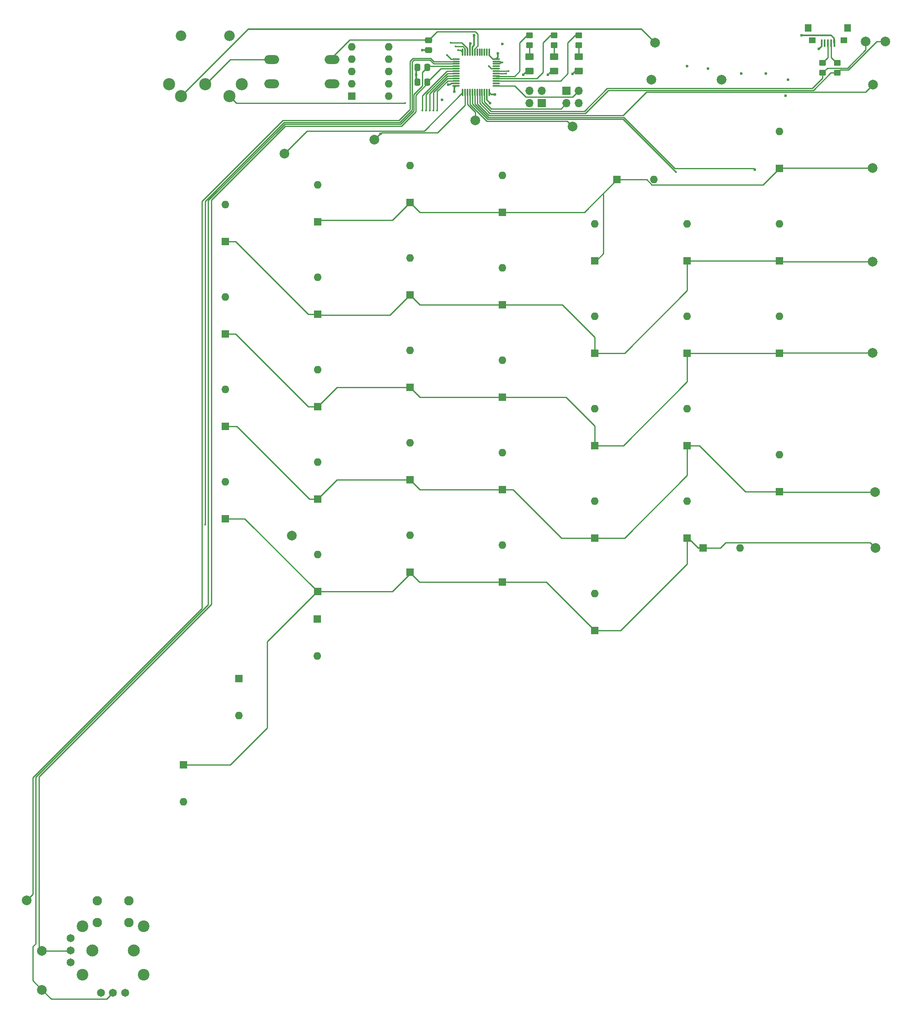
<source format=gbr>
%TF.GenerationSoftware,KiCad,Pcbnew,(6.0.0)*%
%TF.CreationDate,2022-01-02T22:49:07-08:00*%
%TF.ProjectId,thumbler_right,7468756d-626c-4657-925f-72696768742e,rev?*%
%TF.SameCoordinates,Original*%
%TF.FileFunction,Copper,L1,Top*%
%TF.FilePolarity,Positive*%
%FSLAX46Y46*%
G04 Gerber Fmt 4.6, Leading zero omitted, Abs format (unit mm)*
G04 Created by KiCad (PCBNEW (6.0.0)) date 2022-01-02 22:49:07*
%MOMM*%
%LPD*%
G01*
G04 APERTURE LIST*
G04 Aperture macros list*
%AMRoundRect*
0 Rectangle with rounded corners*
0 $1 Rounding radius*
0 $2 $3 $4 $5 $6 $7 $8 $9 X,Y pos of 4 corners*
0 Add a 4 corners polygon primitive as box body*
4,1,4,$2,$3,$4,$5,$6,$7,$8,$9,$2,$3,0*
0 Add four circle primitives for the rounded corners*
1,1,$1+$1,$2,$3*
1,1,$1+$1,$4,$5*
1,1,$1+$1,$6,$7*
1,1,$1+$1,$8,$9*
0 Add four rect primitives between the rounded corners*
20,1,$1+$1,$2,$3,$4,$5,0*
20,1,$1+$1,$4,$5,$6,$7,0*
20,1,$1+$1,$6,$7,$8,$9,0*
20,1,$1+$1,$8,$9,$2,$3,0*%
G04 Aperture macros list end*
%TA.AperFunction,SMDPad,CuDef*%
%ADD10C,2.000000*%
%TD*%
%TA.AperFunction,ComponentPad*%
%ADD11R,1.600000X1.600000*%
%TD*%
%TA.AperFunction,ComponentPad*%
%ADD12O,1.600000X1.600000*%
%TD*%
%TA.AperFunction,SMDPad,CuDef*%
%ADD13RoundRect,0.250000X0.337500X0.475000X-0.337500X0.475000X-0.337500X-0.475000X0.337500X-0.475000X0*%
%TD*%
%TA.AperFunction,SMDPad,CuDef*%
%ADD14RoundRect,0.250000X-0.475000X0.337500X-0.475000X-0.337500X0.475000X-0.337500X0.475000X0.337500X0*%
%TD*%
%TA.AperFunction,SMDPad,CuDef*%
%ADD15RoundRect,0.250000X-0.625000X0.462500X-0.625000X-0.462500X0.625000X-0.462500X0.625000X0.462500X0*%
%TD*%
%TA.AperFunction,ComponentPad*%
%ADD16C,2.184400*%
%TD*%
%TA.AperFunction,ComponentPad*%
%ADD17C,2.500000*%
%TD*%
%TA.AperFunction,SMDPad,CuDef*%
%ADD18RoundRect,0.249999X0.450001X-0.350001X0.450001X0.350001X-0.450001X0.350001X-0.450001X-0.350001X0*%
%TD*%
%TA.AperFunction,SMDPad,CuDef*%
%ADD19RoundRect,0.249999X-0.450001X0.350001X-0.450001X-0.350001X0.450001X-0.350001X0.450001X0.350001X0*%
%TD*%
%TA.AperFunction,SMDPad,CuDef*%
%ADD20RoundRect,0.075000X-0.075000X0.662500X-0.075000X-0.662500X0.075000X-0.662500X0.075000X0.662500X0*%
%TD*%
%TA.AperFunction,SMDPad,CuDef*%
%ADD21RoundRect,0.075000X-0.662500X0.075000X-0.662500X-0.075000X0.662500X-0.075000X0.662500X0.075000X0*%
%TD*%
%TA.AperFunction,WasherPad*%
%ADD22C,2.475000*%
%TD*%
%TA.AperFunction,WasherPad*%
%ADD23C,2.400000*%
%TD*%
%TA.AperFunction,ComponentPad*%
%ADD24C,1.950000*%
%TD*%
%TA.AperFunction,ComponentPad*%
%ADD25C,1.650000*%
%TD*%
%TA.AperFunction,ComponentPad*%
%ADD26O,1.700000X1.700000*%
%TD*%
%TA.AperFunction,ComponentPad*%
%ADD27R,1.700000X1.700000*%
%TD*%
%TA.AperFunction,SMDPad,CuDef*%
%ADD28R,0.400000X1.600000*%
%TD*%
%TA.AperFunction,SMDPad,CuDef*%
%ADD29R,1.400000X1.200000*%
%TD*%
%TA.AperFunction,SMDPad,CuDef*%
%ADD30R,1.400000X1.500000*%
%TD*%
%TA.AperFunction,ComponentPad*%
%ADD31O,3.048000X1.850000*%
%TD*%
%TA.AperFunction,ViaPad*%
%ADD32C,0.400000*%
%TD*%
%TA.AperFunction,ViaPad*%
%ADD33C,0.600000*%
%TD*%
%TA.AperFunction,Conductor*%
%ADD34C,0.250000*%
%TD*%
%TA.AperFunction,Conductor*%
%ADD35C,0.350000*%
%TD*%
G04 APERTURE END LIST*
D10*
%TO.P,TP2,1,1*%
%TO.N,R_USB_D+*%
X479820000Y-140462000D03*
%TD*%
%TO.P,TP1,1,1*%
%TO.N,R_USB_D-*%
X483870000Y-140462000D03*
%TD*%
D11*
%TO.P,D36,1,K*%
%TO.N,R_ROW2*%
X347721000Y-181638500D03*
D12*
%TO.P,D36,2,A*%
%TO.N,Net-(D36-Pad2)*%
X347721000Y-174018500D03*
%TD*%
D13*
%TO.P,C11,1*%
%TO.N,R_PTR_X*%
X389403500Y-145796000D03*
%TO.P,C11,2*%
%TO.N,GND*%
X387328500Y-145796000D03*
%TD*%
%TO.P,C12,1*%
%TO.N,R_PTR_Y*%
X389403500Y-148844000D03*
%TO.P,C12,2*%
%TO.N,GND*%
X387328500Y-148844000D03*
%TD*%
D14*
%TO.P,C13,1*%
%TO.N,~{RST}*%
X389636000Y-140186500D03*
%TO.P,C13,2*%
%TO.N,GND*%
X389636000Y-142261500D03*
%TD*%
D11*
%TO.P,D76,1,K*%
%TO.N,R_ROW5*%
X446278000Y-244856000D03*
D12*
%TO.P,D76,2,A*%
%TO.N,Net-(D76-Pad2)*%
X453898000Y-244856000D03*
%TD*%
D11*
%TO.P,D52,1,K*%
%TO.N,R_ROW3*%
X366674400Y-259486400D03*
D12*
%TO.P,D52,2,A*%
%TO.N,Net-(D52-Pad2)*%
X366674400Y-267106400D03*
%TD*%
D11*
%TO.P,D53,1,K*%
%TO.N,R_ROW4*%
X350520000Y-271780000D03*
D12*
%TO.P,D53,2,A*%
%TO.N,Net-(D53-Pad2)*%
X350520000Y-279400000D03*
%TD*%
D15*
%TO.P,D55,1,K*%
%TO.N,Net-(D55-Pad1)*%
X410464000Y-143546500D03*
%TO.P,D55,2,A*%
%TO.N,+3V3*%
X410464000Y-146521500D03*
%TD*%
D16*
%TO.P,J6,MH*%
%TO.N,N/C*%
X348575451Y-139241554D03*
X338575451Y-139241554D03*
D17*
%TO.P,J6,5*%
%TO.N,R_RX*%
X348575451Y-151741554D03*
%TO.P,J6,4*%
%TO.N,+5V*%
X338575451Y-151741554D03*
%TO.P,J6,3*%
%TO.N,R_TX*%
X351075451Y-149241554D03*
%TO.P,J6,2*%
%TO.N,~{RST}*%
X343575451Y-149241554D03*
%TO.P,J6,1*%
%TO.N,GND*%
X336075451Y-149241554D03*
%TD*%
D18*
%TO.P,R21,1*%
%TO.N,R_USB_D+*%
X470916000Y-146882460D03*
%TO.P,R21,2*%
%TO.N,Net-(J8-Pad3)*%
X470916000Y-144882460D03*
%TD*%
D19*
%TO.P,R22,1*%
%TO.N,Net-(J8-Pad2)*%
X473964000Y-144882460D03*
%TO.P,R22,2*%
%TO.N,R_USB_D-*%
X473964000Y-146882460D03*
%TD*%
D18*
%TO.P,R14,1*%
%TO.N,Net-(D45-Pad1)*%
X420624000Y-141208000D03*
%TO.P,R14,2*%
%TO.N,R_LED1*%
X420624000Y-139208000D03*
%TD*%
%TO.P,R17,1*%
%TO.N,Net-(D51-Pad1)*%
X415544000Y-141208000D03*
%TO.P,R17,2*%
%TO.N,R_LED2*%
X415544000Y-139208000D03*
%TD*%
%TO.P,R18,1*%
%TO.N,Net-(D55-Pad1)*%
X410464000Y-141208000D03*
%TO.P,R18,2*%
%TO.N,R_LED3*%
X410464000Y-139208000D03*
%TD*%
D10*
%TO.P,TP23,1,1*%
%TO.N,R_COL1*%
X359867200Y-163525200D03*
%TD*%
%TO.P,TP24,1,1*%
%TO.N,R_COL2*%
X378460000Y-160655000D03*
%TD*%
%TO.P,TP25,1,1*%
%TO.N,R_COL3*%
X399288000Y-156718000D03*
%TD*%
%TO.P,TP26,1,1*%
%TO.N,R_COL4*%
X419354000Y-157937200D03*
%TD*%
%TO.P,TP27,1,1*%
%TO.N,R_COL5*%
X435610000Y-148336000D03*
%TD*%
%TO.P,TP28,1,1*%
%TO.N,R_COL6*%
X450088000Y-148336000D03*
%TD*%
%TO.P,TP29,1,1*%
%TO.N,R_COL7*%
X481330000Y-149352000D03*
%TD*%
%TO.P,TP30,1,1*%
%TO.N,R_COL8*%
X361442000Y-242316000D03*
%TD*%
%TO.P,TP31,1,1*%
%TO.N,R_ROW1*%
X481258000Y-166509000D03*
%TD*%
%TO.P,TP32,1,1*%
%TO.N,R_ROW2*%
X481258000Y-185813000D03*
%TD*%
%TO.P,TP33,1,1*%
%TO.N,R_ROW3*%
X481258000Y-204609000D03*
%TD*%
%TO.P,TP34,1,1*%
%TO.N,R_ROW4*%
X481711000Y-233299000D03*
%TD*%
%TO.P,TP35,1,1*%
%TO.N,R_ROW5*%
X481838000Y-244856000D03*
%TD*%
%TO.P,TP36,1,1*%
%TO.N,R_PTR_X*%
X309880000Y-335915000D03*
%TD*%
%TO.P,TP37,1,1*%
%TO.N,R_PTR_Y*%
X309880000Y-327914000D03*
%TD*%
%TO.P,TP38,1,1*%
%TO.N,R_PTR_Z*%
X306705000Y-317500000D03*
%TD*%
D20*
%TO.P,U4,1,VBAT*%
%TO.N,+3V3*%
X402165000Y-142649500D03*
%TO.P,U4,2,PC13*%
%TO.N,unconnected-(U4-Pad2)*%
X401665000Y-142649500D03*
%TO.P,U4,3,PC14*%
%TO.N,unconnected-(U4-Pad3)*%
X401165000Y-142649500D03*
%TO.P,U4,4,PC15*%
%TO.N,unconnected-(U4-Pad4)*%
X400665000Y-142649500D03*
%TO.P,U4,5,PF0*%
%TO.N,unconnected-(U4-Pad5)*%
X400165000Y-142649500D03*
%TO.P,U4,6,PF1*%
%TO.N,unconnected-(U4-Pad6)*%
X399665000Y-142649500D03*
%TO.P,U4,7,NRST*%
%TO.N,~{RST}*%
X399165000Y-142649500D03*
%TO.P,U4,8,VSSA*%
%TO.N,GND*%
X398665000Y-142649500D03*
%TO.P,U4,9,VDDA*%
%TO.N,+3V3*%
X398165000Y-142649500D03*
%TO.P,U4,10,PA0*%
%TO.N,R_OPT4*%
X397665000Y-142649500D03*
%TO.P,U4,11,PA1*%
%TO.N,R_OPT3*%
X397165000Y-142649500D03*
%TO.P,U4,12,PA2*%
%TO.N,R_OPT2*%
X396665000Y-142649500D03*
D21*
%TO.P,U4,13,PA3*%
%TO.N,R_OPT1*%
X395252500Y-144062000D03*
%TO.P,U4,14,PA4*%
%TO.N,R_PTR_Z*%
X395252500Y-144562000D03*
%TO.P,U4,15,PA5*%
%TO.N,R_COL8*%
X395252500Y-145062000D03*
%TO.P,U4,16,PA6*%
%TO.N,R_PTR_X*%
X395252500Y-145562000D03*
%TO.P,U4,17,PA7*%
%TO.N,R_PTR_Y*%
X395252500Y-146062000D03*
%TO.P,U4,18,PB0*%
%TO.N,R_ROW5*%
X395252500Y-146562000D03*
%TO.P,U4,19,PB1*%
%TO.N,R_ROW4*%
X395252500Y-147062000D03*
%TO.P,U4,20,PB2*%
%TO.N,R_ROW3*%
X395252500Y-147562000D03*
%TO.P,U4,21,PB10*%
%TO.N,R_ROW2*%
X395252500Y-148062000D03*
%TO.P,U4,22,PB11*%
%TO.N,R_ROW1*%
X395252500Y-148562000D03*
%TO.P,U4,23,VSS*%
%TO.N,GND*%
X395252500Y-149062000D03*
%TO.P,U4,24,VDD*%
%TO.N,+3V3*%
X395252500Y-149562000D03*
D20*
%TO.P,U4,25,PB12*%
%TO.N,R_COL1*%
X396665000Y-150974500D03*
%TO.P,U4,26,PB13*%
%TO.N,R_COL2*%
X397165000Y-150974500D03*
%TO.P,U4,27,PB14*%
%TO.N,R_COL3*%
X397665000Y-150974500D03*
%TO.P,U4,28,PB15*%
%TO.N,R_COL4*%
X398165000Y-150974500D03*
%TO.P,U4,29,PA8*%
%TO.N,R_COL5*%
X398665000Y-150974500D03*
%TO.P,U4,30,PA9*%
%TO.N,R_COL6*%
X399165000Y-150974500D03*
%TO.P,U4,31,PA10*%
%TO.N,R_COL7*%
X399665000Y-150974500D03*
%TO.P,U4,32,PA11*%
%TO.N,R_USB_D-*%
X400165000Y-150974500D03*
%TO.P,U4,33,PA12*%
%TO.N,R_USB_D+*%
X400665000Y-150974500D03*
%TO.P,U4,34,PA13*%
%TO.N,R_SWDIO*%
X401165000Y-150974500D03*
%TO.P,U4,35,VSS*%
%TO.N,GND*%
X401665000Y-150974500D03*
%TO.P,U4,36,VDDIO2*%
%TO.N,+3V3*%
X402165000Y-150974500D03*
D21*
%TO.P,U4,37,PA14*%
%TO.N,R_SWCLK*%
X403577500Y-149562000D03*
%TO.P,U4,38,PA15*%
%TO.N,unconnected-(U4-Pad38)*%
X403577500Y-149062000D03*
%TO.P,U4,39,PB3*%
%TO.N,R_LED1*%
X403577500Y-148562000D03*
%TO.P,U4,40,PB4*%
%TO.N,R_LED2*%
X403577500Y-148062000D03*
%TO.P,U4,41,PB5*%
%TO.N,R_LED3*%
X403577500Y-147562000D03*
%TO.P,U4,42,PB6*%
%TO.N,R_TX*%
X403577500Y-147062000D03*
%TO.P,U4,43,PB7*%
%TO.N,R_RX*%
X403577500Y-146562000D03*
%TO.P,U4,44,BOOT0*%
%TO.N,R_BOOT0*%
X403577500Y-146062000D03*
%TO.P,U4,45,PB8*%
%TO.N,unconnected-(U4-Pad45)*%
X403577500Y-145562000D03*
%TO.P,U4,46,PB9*%
%TO.N,GND*%
X403577500Y-145062000D03*
%TO.P,U4,47,VSS*%
X403577500Y-144562000D03*
%TO.P,U4,48,VDD*%
%TO.N,+3V3*%
X403577500Y-144062000D03*
%TD*%
D22*
%TO.P,S34,*%
%TO.N,*%
X320243200Y-327785000D03*
D23*
X318218200Y-332785000D03*
X318218200Y-322785000D03*
X330868200Y-322785000D03*
X330868200Y-332785000D03*
D22*
X328843200Y-327785000D03*
D24*
%TO.P,S34,A,A*%
%TO.N,R_PTR_Z*%
X327793200Y-322035000D03*
%TO.P,S34,B,B*%
%TO.N,GND*%
X327793200Y-317535000D03*
%TO.P,S34,C,C*%
%TO.N,unconnected-(S34-PadC)*%
X321293200Y-322035000D03*
%TO.P,S34,D,D*%
%TO.N,unconnected-(S34-PadD)*%
X321293200Y-317535000D03*
D25*
%TO.P,S34,X1,X1*%
%TO.N,+3V3*%
X322043200Y-336515000D03*
%TO.P,S34,X2,X2*%
%TO.N,R_PTR_X*%
X324543200Y-336515000D03*
%TO.P,S34,X3,X3*%
%TO.N,GND*%
X327043200Y-336515000D03*
%TO.P,S34,Y1,Y1*%
%TO.N,+3V3*%
X315813200Y-325285000D03*
%TO.P,S34,Y2,Y2*%
%TO.N,R_PTR_Y*%
X315813200Y-327785000D03*
%TO.P,S34,Y3,Y3*%
%TO.N,GND*%
X315813200Y-330285000D03*
%TD*%
D26*
%TO.P,J7,4,Pin_4*%
%TO.N,+3V3*%
X420619000Y-153157000D03*
%TO.P,J7,3,Pin_3*%
%TO.N,R_SWDIO*%
X418079000Y-153157000D03*
%TO.P,J7,2,Pin_2*%
%TO.N,R_SWCLK*%
X420619000Y-150617000D03*
D27*
%TO.P,J7,1,Pin_1*%
%TO.N,GND*%
X418079000Y-150617000D03*
%TD*%
D26*
%TO.P,J5,4,Pin_4*%
%TO.N,+3V3*%
X410469000Y-150627000D03*
%TO.P,J5,3,Pin_3*%
%TO.N,R_RX*%
X413009000Y-150627000D03*
%TO.P,J5,2,Pin_2*%
%TO.N,R_TX*%
X410469000Y-153167000D03*
D27*
%TO.P,J5,1,Pin_1*%
%TO.N,GND*%
X413009000Y-153167000D03*
%TD*%
D11*
%TO.P,D54,1,K*%
%TO.N,R_ROW5*%
X339090000Y-289560000D03*
D12*
%TO.P,D54,2,A*%
%TO.N,Net-(D54-Pad2)*%
X339090000Y-297180000D03*
%TD*%
D15*
%TO.P,D51,1,K*%
%TO.N,Net-(D51-Pad1)*%
X415544000Y-143546500D03*
%TO.P,D51,2,A*%
%TO.N,+3V3*%
X415544000Y-146521500D03*
%TD*%
%TO.P,D45,1,K*%
%TO.N,Net-(D45-Pad1)*%
X420624000Y-143546500D03*
%TO.P,D45,2,A*%
%TO.N,+3V3*%
X420624000Y-146521500D03*
%TD*%
D28*
%TO.P,J8,1,VBUS*%
%TO.N,Net-(F2-Pad1)*%
X473310247Y-140797426D03*
%TO.P,J8,2,D-*%
%TO.N,Net-(J8-Pad2)*%
X472660247Y-140797426D03*
%TO.P,J8,3,D+*%
%TO.N,Net-(J8-Pad3)*%
X472010247Y-140797426D03*
%TO.P,J8,4,ID*%
%TO.N,unconnected-(J8-Pad4)*%
X471360247Y-140797426D03*
%TO.P,J8,5,GND*%
%TO.N,GND*%
X470710247Y-140797426D03*
D29*
%TO.P,J8,6,Shield*%
%TO.N,unconnected-(J8-Pad6)*%
X468760247Y-140187426D03*
D30*
X476060247Y-137687426D03*
D29*
X475260247Y-140187426D03*
D30*
X467960247Y-137687426D03*
%TD*%
D10*
%TO.P,TP22,1,1*%
%TO.N,+5V*%
X436372000Y-140716000D03*
%TD*%
D11*
%TO.P,D40,1,K*%
%TO.N,R_ROW1*%
X366771000Y-177638500D03*
D12*
%TO.P,D40,2,A*%
%TO.N,Net-(D40-Pad2)*%
X366771000Y-170018500D03*
%TD*%
D11*
%TO.P,D46,1,K*%
%TO.N,R_ROW1*%
X385821000Y-173638500D03*
D12*
%TO.P,D46,2,A*%
%TO.N,Net-(D46-Pad2)*%
X385821000Y-166018500D03*
%TD*%
D11*
%TO.P,D56,1,K*%
%TO.N,R_ROW1*%
X404871000Y-175638500D03*
D12*
%TO.P,D56,2,A*%
%TO.N,Net-(D56-Pad2)*%
X404871000Y-168018500D03*
%TD*%
D11*
%TO.P,D61,1,K*%
%TO.N,R_ROW1*%
X423921000Y-185638500D03*
D12*
%TO.P,D61,2,A*%
%TO.N,Net-(D61-Pad2)*%
X423921000Y-178018500D03*
%TD*%
D11*
%TO.P,D67,1,K*%
%TO.N,R_ROW1*%
X428498000Y-168910000D03*
D12*
%TO.P,D67,2,A*%
%TO.N,Net-(D67-Pad2)*%
X436118000Y-168910000D03*
%TD*%
D11*
%TO.P,D72,1,K*%
%TO.N,R_ROW1*%
X462021000Y-166588500D03*
D12*
%TO.P,D72,2,A*%
%TO.N,Net-(D72-Pad2)*%
X462021000Y-158968500D03*
%TD*%
D11*
%TO.P,D37,1,K*%
%TO.N,R_ROW3*%
X347721000Y-200688500D03*
D12*
%TO.P,D37,2,A*%
%TO.N,Net-(D37-Pad2)*%
X347721000Y-193068500D03*
%TD*%
D11*
%TO.P,D41,1,K*%
%TO.N,R_ROW2*%
X366771000Y-196688500D03*
D12*
%TO.P,D41,2,A*%
%TO.N,Net-(D41-Pad2)*%
X366771000Y-189068500D03*
%TD*%
D11*
%TO.P,D47,1,K*%
%TO.N,R_ROW2*%
X385821000Y-192688500D03*
D12*
%TO.P,D47,2,A*%
%TO.N,Net-(D47-Pad2)*%
X385821000Y-185068500D03*
%TD*%
D11*
%TO.P,D57,1,K*%
%TO.N,R_ROW2*%
X404871000Y-194688500D03*
D12*
%TO.P,D57,2,A*%
%TO.N,Net-(D57-Pad2)*%
X404871000Y-187068500D03*
%TD*%
D11*
%TO.P,D62,1,K*%
%TO.N,R_ROW2*%
X423921000Y-204688500D03*
D12*
%TO.P,D62,2,A*%
%TO.N,Net-(D62-Pad2)*%
X423921000Y-197068500D03*
%TD*%
D11*
%TO.P,D68,1,K*%
%TO.N,R_ROW2*%
X442971000Y-185638500D03*
D12*
%TO.P,D68,2,A*%
%TO.N,Net-(D68-Pad2)*%
X442971000Y-178018500D03*
%TD*%
D11*
%TO.P,D73,1,K*%
%TO.N,R_ROW2*%
X462021000Y-185638500D03*
D12*
%TO.P,D73,2,A*%
%TO.N,Net-(D73-Pad2)*%
X462021000Y-178018500D03*
%TD*%
D11*
%TO.P,D38,1,K*%
%TO.N,R_ROW4*%
X347721000Y-219738500D03*
D12*
%TO.P,D38,2,A*%
%TO.N,Net-(D38-Pad2)*%
X347721000Y-212118500D03*
%TD*%
D11*
%TO.P,D42,1,K*%
%TO.N,R_ROW3*%
X366771000Y-215738500D03*
D12*
%TO.P,D42,2,A*%
%TO.N,Net-(D42-Pad2)*%
X366771000Y-208118500D03*
%TD*%
D11*
%TO.P,D48,1,K*%
%TO.N,R_ROW3*%
X385821000Y-211738500D03*
D12*
%TO.P,D48,2,A*%
%TO.N,Net-(D48-Pad2)*%
X385821000Y-204118500D03*
%TD*%
D11*
%TO.P,D58,1,K*%
%TO.N,R_ROW3*%
X404871000Y-213738500D03*
D12*
%TO.P,D58,2,A*%
%TO.N,Net-(D58-Pad2)*%
X404871000Y-206118500D03*
%TD*%
D11*
%TO.P,D63,1,K*%
%TO.N,R_ROW3*%
X423921000Y-223738500D03*
D12*
%TO.P,D63,2,A*%
%TO.N,Net-(D63-Pad2)*%
X423921000Y-216118500D03*
%TD*%
D11*
%TO.P,D69,1,K*%
%TO.N,R_ROW3*%
X442971000Y-204688500D03*
D12*
%TO.P,D69,2,A*%
%TO.N,Net-(D69-Pad2)*%
X442971000Y-197068500D03*
%TD*%
D11*
%TO.P,D74,1,K*%
%TO.N,R_ROW3*%
X462021000Y-204688500D03*
D12*
%TO.P,D74,2,A*%
%TO.N,Net-(D74-Pad2)*%
X462021000Y-197068500D03*
%TD*%
D11*
%TO.P,D39,1,K*%
%TO.N,R_ROW5*%
X347721000Y-238788500D03*
D12*
%TO.P,D39,2,A*%
%TO.N,Net-(D39-Pad2)*%
X347721000Y-231168500D03*
%TD*%
D11*
%TO.P,D43,1,K*%
%TO.N,R_ROW4*%
X366771000Y-234788500D03*
D12*
%TO.P,D43,2,A*%
%TO.N,Net-(D43-Pad2)*%
X366771000Y-227168500D03*
%TD*%
D11*
%TO.P,D49,1,K*%
%TO.N,R_ROW4*%
X385821000Y-230788500D03*
D12*
%TO.P,D49,2,A*%
%TO.N,Net-(D49-Pad2)*%
X385821000Y-223168500D03*
%TD*%
D11*
%TO.P,D59,1,K*%
%TO.N,R_ROW4*%
X404871000Y-232788500D03*
D12*
%TO.P,D59,2,A*%
%TO.N,Net-(D59-Pad2)*%
X404871000Y-225168500D03*
%TD*%
D11*
%TO.P,D64,1,K*%
%TO.N,R_ROW4*%
X423921000Y-242788500D03*
D12*
%TO.P,D64,2,A*%
%TO.N,Net-(D64-Pad2)*%
X423921000Y-235168500D03*
%TD*%
D11*
%TO.P,D70,1,K*%
%TO.N,R_ROW4*%
X442971000Y-223738500D03*
D12*
%TO.P,D70,2,A*%
%TO.N,Net-(D70-Pad2)*%
X442971000Y-216118500D03*
%TD*%
D11*
%TO.P,D75,1,K*%
%TO.N,R_ROW4*%
X462021000Y-233263500D03*
D12*
%TO.P,D75,2,A*%
%TO.N,Net-(D75-Pad2)*%
X462021000Y-225643500D03*
%TD*%
D11*
%TO.P,D44,1,K*%
%TO.N,R_ROW5*%
X366771000Y-253838500D03*
D12*
%TO.P,D44,2,A*%
%TO.N,Net-(D44-Pad2)*%
X366771000Y-246218500D03*
%TD*%
D11*
%TO.P,D50,1,K*%
%TO.N,R_ROW5*%
X385821000Y-249838500D03*
D12*
%TO.P,D50,2,A*%
%TO.N,Net-(D50-Pad2)*%
X385821000Y-242218500D03*
%TD*%
D11*
%TO.P,D60,1,K*%
%TO.N,R_ROW5*%
X404871000Y-251838500D03*
D12*
%TO.P,D60,2,A*%
%TO.N,Net-(D60-Pad2)*%
X404871000Y-244218500D03*
%TD*%
D11*
%TO.P,D65,1,K*%
%TO.N,R_ROW5*%
X423921000Y-261838500D03*
D12*
%TO.P,D65,2,A*%
%TO.N,Net-(D65-Pad2)*%
X423921000Y-254218500D03*
%TD*%
D11*
%TO.P,D71,1,K*%
%TO.N,R_ROW5*%
X442971000Y-242788500D03*
D12*
%TO.P,D71,2,A*%
%TO.N,Net-(D71-Pad2)*%
X442971000Y-235168500D03*
%TD*%
D31*
%TO.P,SW3,1,1*%
%TO.N,GND*%
X369734000Y-149185000D03*
X357234000Y-149185000D03*
%TO.P,SW3,2,2*%
%TO.N,~{RST}*%
X357234000Y-144185000D03*
X369734000Y-144185000D03*
%TD*%
D11*
%TO.P,SW4,1*%
%TO.N,GND*%
X373811750Y-151742000D03*
D12*
%TO.P,SW4,2*%
X373811750Y-149202000D03*
%TO.P,SW4,3*%
X373811750Y-146662000D03*
%TO.P,SW4,4*%
X373811750Y-144122000D03*
%TO.P,SW4,5*%
%TO.N,+3V3*%
X373811750Y-141582000D03*
%TO.P,SW4,6*%
%TO.N,R_BOOT0*%
X381431750Y-141582000D03*
%TO.P,SW4,7*%
%TO.N,R_OPT4*%
X381431750Y-144122000D03*
%TO.P,SW4,8*%
%TO.N,R_OPT3*%
X381431750Y-146662000D03*
%TO.P,SW4,9*%
%TO.N,R_OPT2*%
X381431750Y-149202000D03*
%TO.P,SW4,10*%
%TO.N,R_OPT1*%
X381431750Y-151742000D03*
%TD*%
D32*
%TO.N,R_PTR_Z*%
X306705000Y-317500000D03*
%TO.N,R_COL8*%
X343535000Y-240030000D03*
%TO.N,R_ROW5*%
X388366000Y-154686000D03*
%TO.N,R_ROW4*%
X389128000Y-154686002D03*
%TO.N,R_ROW3*%
X389890000Y-154686002D03*
%TO.N,R_ROW2*%
X390652000Y-154686000D03*
%TO.N,R_ROW1*%
X391414000Y-154686000D03*
D33*
%TO.N,R_COL1*%
X359892600Y-163525200D03*
%TO.N,R_COL2*%
X379730000Y-159512000D03*
%TO.N,R_COL4*%
X419354000Y-157988000D03*
%TO.N,R_COL3*%
X399288002Y-156718000D03*
%TO.N,GND*%
X393700000Y-149352000D03*
D32*
%TO.N,R_COL5*%
X440690000Y-167386000D03*
X435610000Y-148336000D03*
D33*
%TO.N,GND*%
X442976000Y-145542000D03*
X463296000Y-151638000D03*
X388366000Y-142240000D03*
X404876000Y-140970000D03*
X392430000Y-152505500D03*
X387096002Y-147320000D03*
X399034000Y-139192000D03*
X463804000Y-148336000D03*
X402336000Y-153162000D03*
X470154000Y-141986000D03*
D32*
X404876000Y-144780000D03*
D33*
X454130500Y-147066000D03*
%TO.N,+3V3*%
X414274000Y-147320000D03*
X403951500Y-142880000D03*
X447294000Y-146050000D03*
X459232000Y-147066000D03*
X419354000Y-147156500D03*
X394934500Y-150754000D03*
X403316500Y-151389000D03*
X409194000Y-147320000D03*
X398236500Y-140848000D03*
%TO.N,+5V*%
X436371998Y-140716000D03*
D32*
%TO.N,R_TX*%
X405638000Y-147066000D03*
%TO.N,R_RX*%
X406146000Y-146558000D03*
X384810000Y-153162000D03*
D33*
%TO.N,R_COL8*%
X361442000Y-242316000D03*
D32*
%TO.N,R_BOOT0*%
X402082000Y-145542000D03*
D33*
%TO.N,R_COL6*%
X450088000Y-148336000D03*
X456946000Y-166878000D03*
%TO.N,R_COL7*%
X481330000Y-149351998D03*
D32*
%TO.N,R_OPT4*%
X394208000Y-140716000D03*
%TO.N,R_OPT3*%
X395224000Y-141478000D03*
%TO.N,R_OPT2*%
X395732000Y-142240000D03*
%TO.N,R_OPT1*%
X393446000Y-143256000D03*
D33*
%TO.N,Net-(F2-Pad1)*%
X466598000Y-139192000D03*
%TD*%
D34*
%TO.N,R_USB_D+*%
X421755033Y-154824967D02*
X402525309Y-154824967D01*
X400665000Y-152964658D02*
X400665000Y-150974500D01*
X426470908Y-150109092D02*
X421755033Y-154824967D01*
X402525309Y-154824967D02*
X400665000Y-152964658D01*
X470916000Y-147942413D02*
X468749321Y-150109092D01*
X470916000Y-146882460D02*
X470916000Y-147942413D01*
X468749321Y-150109092D02*
X426470908Y-150109092D01*
%TO.N,R_USB_D-*%
X472623540Y-146882460D02*
X473964000Y-146882460D01*
X469007511Y-150498489D02*
X472623540Y-146882460D01*
X426678290Y-150498489D02*
X469007511Y-150498489D01*
X421948940Y-155227839D02*
X426678290Y-150498489D01*
X402242839Y-155227839D02*
X421948940Y-155227839D01*
X400165000Y-153150000D02*
X402242839Y-155227839D01*
X400165000Y-150974500D02*
X400165000Y-153150000D01*
%TO.N,R_RX*%
X349995897Y-153162000D02*
X384810000Y-153162000D01*
X348575451Y-151741554D02*
X349995897Y-153162000D01*
%TO.N,~{RST}*%
X348719800Y-144185000D02*
X357234000Y-144185000D01*
X343663246Y-149241554D02*
X348719800Y-144185000D01*
X343575451Y-149241554D02*
X343663246Y-149241554D01*
D35*
%TO.N,+5V*%
X433577998Y-137922000D02*
X436371998Y-140716000D01*
X338663246Y-151741554D02*
X352482800Y-137922000D01*
X352482800Y-137922000D02*
X433577998Y-137922000D01*
X338575451Y-151741554D02*
X338663246Y-151741554D01*
D34*
%TO.N,Net-(D55-Pad1)*%
X410464000Y-141208000D02*
X410464000Y-143546500D01*
%TO.N,Net-(D51-Pad1)*%
X415544000Y-141208000D02*
X415544000Y-143546500D01*
%TO.N,Net-(D45-Pad1)*%
X420624000Y-141208000D02*
X420624000Y-143546500D01*
%TO.N,R_LED1*%
X418338000Y-140716000D02*
X419846000Y-139208000D01*
X416842000Y-148562000D02*
X418338000Y-147066000D01*
X418338000Y-147066000D02*
X418338000Y-140716000D01*
X419846000Y-139208000D02*
X420624000Y-139208000D01*
X403577500Y-148562000D02*
X416842000Y-148562000D01*
%TO.N,R_LED2*%
X414766000Y-139208000D02*
X415544000Y-139208000D01*
X413258000Y-146812000D02*
X413258000Y-140716000D01*
X413258000Y-140716000D02*
X414766000Y-139208000D01*
X412008000Y-148062000D02*
X413258000Y-146812000D01*
X403577500Y-148062000D02*
X412008000Y-148062000D01*
%TO.N,R_LED3*%
X408432000Y-146558000D02*
X408432000Y-140716000D01*
X407369499Y-147620501D02*
X408432000Y-146558000D01*
X409940000Y-139208000D02*
X410464000Y-139208000D01*
X403636001Y-147620501D02*
X407369499Y-147620501D01*
X403577500Y-147562000D02*
X403636001Y-147620501D01*
X408432000Y-140716000D02*
X409940000Y-139208000D01*
%TO.N,R_ROW5*%
X388366000Y-151638000D02*
X388366000Y-154686000D01*
X393442000Y-146562000D02*
X388366000Y-151638000D01*
X395252500Y-146562000D02*
X393442000Y-146562000D01*
%TO.N,R_ROW4*%
X389128000Y-151409174D02*
X389128000Y-154686002D01*
X393475174Y-147062000D02*
X389128000Y-151409174D01*
X395252500Y-147062000D02*
X393475174Y-147062000D01*
%TO.N,R_ROW3*%
X389890000Y-151180348D02*
X389890000Y-154686002D01*
X393508348Y-147562000D02*
X389890000Y-151180348D01*
X395252500Y-147562000D02*
X393508348Y-147562000D01*
%TO.N,R_ROW2*%
X393541522Y-148062000D02*
X390652000Y-150951522D01*
X395252500Y-148062000D02*
X393541522Y-148062000D01*
X390652000Y-150951522D02*
X390652000Y-154686000D01*
%TO.N,R_ROW1*%
X391414000Y-150722696D02*
X391414000Y-154686000D01*
X393574696Y-148562000D02*
X391414000Y-150722696D01*
X395252500Y-148562000D02*
X393574696Y-148562000D01*
%TO.N,R_COL1*%
X396665000Y-150974500D02*
X388758511Y-158880989D01*
X388758511Y-158880989D02*
X364536811Y-158880989D01*
X364536811Y-158880989D02*
X359892600Y-163525200D01*
%TO.N,~{RST}*%
X369734000Y-143727000D02*
X369734000Y-144185000D01*
X373376000Y-140085000D02*
X369734000Y-143727000D01*
X389737500Y-140085000D02*
X373376000Y-140085000D01*
X399288000Y-138430000D02*
X391392500Y-138430000D01*
X399165000Y-141948817D02*
X399796000Y-141317817D01*
X399796000Y-138938000D02*
X399288000Y-138430000D01*
X399165000Y-142649500D02*
X399165000Y-141948817D01*
X399796000Y-141317817D02*
X399796000Y-138938000D01*
X391392500Y-138430000D02*
X389737500Y-140085000D01*
%TO.N,R_PTR_X*%
X323238200Y-337820000D02*
X324543200Y-336515000D01*
X309880000Y-335915000D02*
X311785000Y-337820000D01*
X311785000Y-337820000D02*
X323238200Y-337820000D01*
X307975000Y-334010000D02*
X309880000Y-335915000D01*
X307975000Y-327025000D02*
X307975000Y-334010000D01*
X308610000Y-326390000D02*
X307975000Y-327025000D01*
X308610000Y-292100000D02*
X308610000Y-326390000D01*
X344170000Y-256540000D02*
X308610000Y-292100000D01*
X344170000Y-173253174D02*
X344170000Y-256540000D01*
X386580022Y-154744326D02*
X383852326Y-157472022D01*
X388366000Y-149567020D02*
X386580022Y-151352998D01*
X383852326Y-157472022D02*
X359951152Y-157472022D01*
X388366000Y-146833500D02*
X388366000Y-149567020D01*
X395252500Y-145562000D02*
X389637500Y-145562000D01*
X389637500Y-145562000D02*
X388366000Y-146833500D01*
X386580022Y-151352998D02*
X386580022Y-154744326D01*
X359951152Y-157472022D02*
X344170000Y-173253174D01*
%TO.N,R_PTR_Y*%
X315813200Y-327785000D02*
X315684200Y-327914000D01*
X315684200Y-327914000D02*
X309880000Y-327914000D01*
%TO.N,R_COL7*%
X479805998Y-150876000D02*
X481330000Y-149351998D01*
X434594000Y-150876000D02*
X479805998Y-150876000D01*
X402085773Y-155705773D02*
X429764227Y-155705773D01*
X399665000Y-153285000D02*
X402085773Y-155705773D01*
X429764227Y-155705773D02*
X434594000Y-150876000D01*
X399665000Y-150974500D02*
X399665000Y-153285000D01*
%TO.N,R_COL6*%
X440436000Y-166624000D02*
X456692000Y-166624000D01*
X429902978Y-156090978D02*
X440436000Y-166624000D01*
X401937804Y-156090978D02*
X429902978Y-156090978D01*
X456692000Y-166624000D02*
X456946000Y-166878000D01*
X399165000Y-153318174D02*
X401937804Y-156090978D01*
X399165000Y-150974500D02*
X399165000Y-153318174D01*
%TO.N,R_COL5*%
X401781641Y-156467989D02*
X429746815Y-156467989D01*
X429746815Y-156467989D02*
X440664826Y-167386000D01*
X398665000Y-150974500D02*
X398665000Y-153351348D01*
X398665000Y-153351348D02*
X401781641Y-156467989D01*
X440664826Y-167386000D02*
X440690000Y-167386000D01*
%TO.N,R_COL4*%
X418211000Y-156845000D02*
X419354000Y-157988000D01*
X401625478Y-156845000D02*
X418211000Y-156845000D01*
X398165000Y-153384522D02*
X401625478Y-156845000D01*
X398165000Y-150974500D02*
X398165000Y-153384522D01*
%TO.N,R_SWDIO*%
X401165000Y-150974500D02*
X401165000Y-152881142D01*
X401165000Y-152881142D02*
X402588858Y-154305000D01*
X402588858Y-154305000D02*
X416931000Y-154305000D01*
X416931000Y-154305000D02*
X418079000Y-153157000D01*
%TO.N,R_PTR_Y*%
X309880000Y-327914000D02*
X309245000Y-327279000D01*
X309245000Y-327279000D02*
X309245000Y-292100000D01*
%TO.N,R_PTR_Z*%
X307975000Y-292201814D02*
X307975000Y-316230000D01*
X385826000Y-144500826D02*
X385826000Y-154432000D01*
X395252500Y-144562000D02*
X390713174Y-144562000D01*
X390713174Y-144562000D02*
X390046163Y-143894989D01*
X390046163Y-143894989D02*
X386431837Y-143894989D01*
X386431837Y-143894989D02*
X385826000Y-144500826D01*
X385826000Y-154432000D02*
X383540000Y-156718000D01*
X383540000Y-156718000D02*
X359537000Y-156718000D01*
X359537000Y-156718000D02*
X342900000Y-173355000D01*
X342900000Y-173355000D02*
X342900000Y-257276814D01*
X342900000Y-257276814D02*
X307975000Y-292201814D01*
X307975000Y-316230000D02*
X306705000Y-317500000D01*
%TO.N,R_PTR_Y*%
X386965011Y-151501183D02*
X389403500Y-149062694D01*
X386965011Y-154892511D02*
X386965011Y-151501183D01*
X384008489Y-157849033D02*
X386965011Y-154892511D01*
X360107315Y-157849033D02*
X384008489Y-157849033D01*
X344805000Y-173151348D02*
X360107315Y-157849033D01*
X309245000Y-291998174D02*
X344805000Y-256438174D01*
X344805000Y-256438174D02*
X344805000Y-173151348D01*
X389403500Y-149062694D02*
X389403500Y-148844000D01*
%TO.N,R_COL8*%
X343535000Y-173355000D02*
X343535000Y-240030000D01*
X359794989Y-157095011D02*
X343535000Y-173355000D01*
X383696163Y-157095011D02*
X359794989Y-157095011D01*
X386203011Y-154588163D02*
X383696163Y-157095011D01*
X389890000Y-144272000D02*
X386588000Y-144272000D01*
X390680000Y-145062000D02*
X389890000Y-144272000D01*
X386588000Y-144272000D02*
X386203011Y-144656989D01*
X395252500Y-145062000D02*
X390680000Y-145062000D01*
X386203011Y-144656989D02*
X386203011Y-154588163D01*
%TO.N,R_USB_D-*%
X482092000Y-140462000D02*
X483870000Y-140462000D01*
X476250000Y-146304000D02*
X482092000Y-140462000D01*
X474542460Y-146304000D02*
X476250000Y-146304000D01*
X473964000Y-146882460D02*
X474542460Y-146304000D01*
%TO.N,R_USB_D+*%
X479820000Y-142178106D02*
X479820000Y-140462000D01*
X476075106Y-145923000D02*
X479820000Y-142178106D01*
X471875460Y-145923000D02*
X476075106Y-145923000D01*
X470916000Y-146882460D02*
X471875460Y-145923000D01*
%TO.N,R_PTR_Y*%
X389403500Y-148844000D02*
X392197500Y-146050000D01*
X395240500Y-146050000D02*
X392197500Y-146050000D01*
X395252500Y-146062000D02*
X395240500Y-146050000D01*
D35*
%TO.N,GND*%
X387096002Y-148611502D02*
X387096002Y-147320000D01*
X387328500Y-148844000D02*
X387096002Y-148611502D01*
X387074500Y-146050000D02*
X387074500Y-147298500D01*
X387328500Y-145796000D02*
X387074500Y-146050000D01*
D34*
%TO.N,R_OPT1*%
X394252000Y-144062000D02*
X393446000Y-143256000D01*
X395252500Y-144062000D02*
X394252000Y-144062000D01*
D35*
%TO.N,GND*%
X395252500Y-149062000D02*
X394336895Y-149062000D01*
X394336895Y-149062000D02*
X394046895Y-149352000D01*
X394046895Y-149352000D02*
X393700000Y-149352000D01*
D34*
%TO.N,R_COL2*%
X379984000Y-159258000D02*
X379730000Y-159512000D01*
X391439174Y-159258000D02*
X379984000Y-159258000D01*
X397165000Y-153532174D02*
X391439174Y-159258000D01*
X397165000Y-150974500D02*
X397165000Y-153532174D01*
X379603000Y-159512000D02*
X378460000Y-160655000D01*
X379730000Y-159512000D02*
X379603000Y-159512000D01*
%TO.N,R_COL3*%
X399288002Y-155040698D02*
X399288002Y-156718000D01*
X397665000Y-153417696D02*
X399288002Y-155040698D01*
X397665000Y-150974500D02*
X397665000Y-153417696D01*
%TO.N,R_ROW5*%
X351721000Y-238788500D02*
X347721000Y-238788500D01*
X366771000Y-253838500D02*
X351721000Y-238788500D01*
X385821000Y-250195000D02*
X385821000Y-249941000D01*
X382177500Y-253838500D02*
X385821000Y-250195000D01*
X366771000Y-253838500D02*
X382177500Y-253838500D01*
X366683500Y-253838500D02*
X366771000Y-253838500D01*
X356362000Y-281940000D02*
X356362000Y-264160000D01*
X356362000Y-264160000D02*
X366683500Y-253838500D01*
X348742000Y-289560000D02*
X356362000Y-281940000D01*
X339090000Y-289560000D02*
X348742000Y-289560000D01*
%TO.N,R_ROW4*%
X350040500Y-219738500D02*
X347721000Y-219738500D01*
X365090500Y-234788500D02*
X350040500Y-219738500D01*
X366771000Y-234788500D02*
X365090500Y-234788500D01*
X385821000Y-230788500D02*
X370771000Y-230788500D01*
X370771000Y-230788500D02*
X366771000Y-234788500D01*
X387821000Y-232788500D02*
X385821000Y-230788500D01*
X404871000Y-232788500D02*
X387821000Y-232788500D01*
X407032500Y-232788500D02*
X404871000Y-232788500D01*
X417032500Y-242788500D02*
X407032500Y-232788500D01*
X423921000Y-242788500D02*
X417032500Y-242788500D01*
X430057500Y-242788500D02*
X423921000Y-242788500D01*
X442971000Y-229875000D02*
X430057500Y-242788500D01*
X442971000Y-223738500D02*
X442971000Y-229875000D01*
X445480500Y-223738500D02*
X442971000Y-223738500D01*
X455005500Y-233263500D02*
X445480500Y-223738500D01*
X462021000Y-233263500D02*
X455005500Y-233263500D01*
X462056500Y-233299000D02*
X462021000Y-233263500D01*
X481711000Y-233299000D02*
X462056500Y-233299000D01*
%TO.N,R_ROW3*%
X349786500Y-200688500D02*
X347721000Y-200688500D01*
X364836500Y-215738500D02*
X349786500Y-200688500D01*
X366771000Y-215738500D02*
X364836500Y-215738500D01*
X370771000Y-211738500D02*
X366771000Y-215738500D01*
X385821000Y-211738500D02*
X370771000Y-211738500D01*
X387821000Y-213738500D02*
X385821000Y-211738500D01*
X404871000Y-213738500D02*
X387821000Y-213738500D01*
%TO.N,R_ROW2*%
X364836500Y-196688500D02*
X349786500Y-181638500D01*
X349786500Y-181638500D02*
X347721000Y-181638500D01*
X366771000Y-196688500D02*
X364836500Y-196688500D01*
%TO.N,R_ROW3*%
X423921000Y-219705000D02*
X417954500Y-213738500D01*
X417954500Y-213738500D02*
X404871000Y-213738500D01*
X423921000Y-223738500D02*
X423921000Y-219705000D01*
X429803500Y-223738500D02*
X423921000Y-223738500D01*
X442971000Y-204688500D02*
X442971000Y-210571000D01*
X442971000Y-210571000D02*
X429803500Y-223738500D01*
X462021000Y-204688500D02*
X442971000Y-204688500D01*
X481258000Y-204609000D02*
X462100500Y-204609000D01*
X462100500Y-204609000D02*
X462021000Y-204688500D01*
%TO.N,R_ROW2*%
X381659500Y-196850000D02*
X366932500Y-196850000D01*
X366932500Y-196850000D02*
X366771000Y-196688500D01*
X385821000Y-192688500D02*
X381659500Y-196850000D01*
X387821000Y-194688500D02*
X385821000Y-192688500D01*
X404871000Y-194688500D02*
X387821000Y-194688500D01*
X430057500Y-204688500D02*
X423921000Y-204688500D01*
X442971000Y-191775000D02*
X430057500Y-204688500D01*
X442971000Y-185638500D02*
X442971000Y-191775000D01*
X423921000Y-201417000D02*
X417192500Y-194688500D01*
X423921000Y-204688500D02*
X423921000Y-201417000D01*
X417192500Y-194688500D02*
X404871000Y-194688500D01*
X442971000Y-185638500D02*
X462021000Y-185638500D01*
X462195500Y-185813000D02*
X462021000Y-185638500D01*
X481258000Y-185813000D02*
X462195500Y-185813000D01*
%TO.N,R_ROW1*%
X458647489Y-169962011D02*
X435682242Y-169962011D01*
X462021000Y-166588500D02*
X458647489Y-169962011D01*
X435682242Y-169962011D02*
X434630231Y-168910000D01*
X434630231Y-168910000D02*
X428498000Y-168910000D01*
D35*
%TO.N,GND*%
X401665000Y-152491000D02*
X402336000Y-153162000D01*
X470710247Y-141429753D02*
X470154000Y-141986000D01*
X399034000Y-141224000D02*
X399034000Y-139192000D01*
X403577500Y-145062000D02*
X404312000Y-145062000D01*
X404566893Y-144780000D02*
X404876000Y-144780000D01*
X404594000Y-144780000D02*
X404876000Y-144780000D01*
X401665000Y-150974500D02*
X401665000Y-152491000D01*
X389636000Y-142261500D02*
X389614500Y-142240000D01*
X470710247Y-140797426D02*
X470710247Y-141429753D01*
X404312000Y-145062000D02*
X404594000Y-144780000D01*
X398665000Y-142649500D02*
X398665000Y-141593000D01*
X404348893Y-144562000D02*
X404566893Y-144780000D01*
X389614500Y-142240000D02*
X388366000Y-142240000D01*
X398665000Y-141593000D02*
X399034000Y-141224000D01*
X403577500Y-144562000D02*
X404348893Y-144562000D01*
%TO.N,+3V3*%
X419771500Y-146739000D02*
X419354000Y-147156500D01*
X395252500Y-149562000D02*
X394934500Y-149880000D01*
X414274000Y-147320000D02*
X414691500Y-146902500D01*
X403951500Y-143688000D02*
X403577500Y-144062000D01*
X394934500Y-149880000D02*
X394934500Y-149992000D01*
X403316500Y-151389000D02*
X402579500Y-151389000D01*
X398236500Y-140848000D02*
X398165000Y-140919500D01*
X409611500Y-146902500D02*
X409194000Y-147320000D01*
X402579500Y-151389000D02*
X402313000Y-151122500D01*
X398165000Y-140919500D02*
X398165000Y-142649500D01*
X402579500Y-151389000D02*
X402165000Y-150974500D01*
X394934500Y-150754000D02*
X394934500Y-149992000D01*
X414691500Y-146902500D02*
X415544000Y-146902500D01*
X410464000Y-146902500D02*
X409611500Y-146902500D01*
X402888000Y-144062000D02*
X403577500Y-144062000D01*
X402165000Y-143339000D02*
X402888000Y-144062000D01*
X420624000Y-146739000D02*
X419771500Y-146739000D01*
X402165000Y-142649500D02*
X402165000Y-143339000D01*
X403951500Y-142880000D02*
X403951500Y-143688000D01*
%TO.N,R_ROW5*%
X423956500Y-261874000D02*
X423921000Y-261838500D01*
X445262000Y-244856000D02*
X446278000Y-244856000D01*
D34*
X443194500Y-242788500D02*
X445262000Y-244856000D01*
X442971000Y-248163000D02*
X429260000Y-261874000D01*
X450936511Y-243753489D02*
X449834000Y-244856000D01*
D35*
X385821000Y-249931000D02*
X385821000Y-249838500D01*
X423921000Y-261838500D02*
X423890500Y-261838500D01*
D34*
X413890500Y-251838500D02*
X404871000Y-251838500D01*
X423890500Y-261838500D02*
X413890500Y-251838500D01*
D35*
X385821000Y-249838500D02*
X385821000Y-249941000D01*
D34*
X480735489Y-243753489D02*
X450936511Y-243753489D01*
X404871000Y-251838500D02*
X387728500Y-251838500D01*
X449834000Y-244856000D02*
X446278000Y-244856000D01*
X481838000Y-244856000D02*
X480735489Y-243753489D01*
X429260000Y-261874000D02*
X423956500Y-261874000D01*
D35*
X442971000Y-242788500D02*
X443194500Y-242788500D01*
D34*
X442971000Y-242788500D02*
X442971000Y-248163000D01*
X387728500Y-251838500D02*
X385821000Y-249931000D01*
%TO.N,R_ROW1*%
X367200750Y-177292000D02*
X366854250Y-177638500D01*
X387821000Y-175638500D02*
X385821000Y-173638500D01*
X481258000Y-166509000D02*
X462100500Y-166509000D01*
X385821000Y-173638500D02*
X382167500Y-177292000D01*
X423921000Y-185638500D02*
X424215500Y-185638500D01*
X382167500Y-177292000D02*
X367200750Y-177292000D01*
X421769500Y-175638500D02*
X428498000Y-168910000D01*
X404871000Y-175638500D02*
X421769500Y-175638500D01*
X404871000Y-175638500D02*
X387821000Y-175638500D01*
X462100500Y-166509000D02*
X462021000Y-166588500D01*
X424215500Y-185638500D02*
X425704000Y-184150000D01*
X366854250Y-177638500D02*
X366771000Y-177638500D01*
X425704000Y-184150000D02*
X425704000Y-171704000D01*
%TO.N,R_TX*%
X403577500Y-147062000D02*
X405634000Y-147062000D01*
X405634000Y-147062000D02*
X405638000Y-147066000D01*
%TO.N,R_RX*%
X403577500Y-146562000D02*
X406142000Y-146562000D01*
X406142000Y-146562000D02*
X406146000Y-146558000D01*
%TO.N,R_SWCLK*%
X407372000Y-149562000D02*
X409702000Y-151892000D01*
X409702000Y-151892000D02*
X419344000Y-151892000D01*
X403577500Y-149562000D02*
X407372000Y-149562000D01*
X419344000Y-151892000D02*
X420619000Y-150617000D01*
%TO.N,R_BOOT0*%
X402602000Y-146062000D02*
X402082000Y-145542000D01*
X403577500Y-146062000D02*
X402602000Y-146062000D01*
%TO.N,R_OPT4*%
X397665000Y-142649500D02*
X397665000Y-141914936D01*
X397665000Y-141914936D02*
X396466064Y-140716000D01*
X396466064Y-140716000D02*
X394208000Y-140716000D01*
%TO.N,R_OPT3*%
X397165000Y-141948817D02*
X396694183Y-141478000D01*
X397165000Y-142649500D02*
X397165000Y-141948817D01*
X396694183Y-141478000D02*
X395224000Y-141478000D01*
%TO.N,R_OPT2*%
X396665000Y-142649500D02*
X396255500Y-142240000D01*
X396255500Y-142240000D02*
X395732000Y-142240000D01*
D35*
%TO.N,Net-(F2-Pad1)*%
X473255726Y-140742905D02*
X473255726Y-139787882D01*
X473255726Y-139787882D02*
X472659844Y-139192000D01*
X473310247Y-140797426D02*
X473255726Y-140742905D01*
X472659844Y-139192000D02*
X466598000Y-139192000D01*
D34*
%TO.N,Net-(J8-Pad2)*%
X472660247Y-140797426D02*
X472660247Y-143730247D01*
X473812460Y-144882460D02*
X473964000Y-144882460D01*
X472660247Y-143730247D02*
X473812460Y-144882460D01*
%TO.N,Net-(J8-Pad3)*%
X472010247Y-140797426D02*
X472010247Y-143788213D01*
X472010247Y-143788213D02*
X470916000Y-144882460D01*
%TD*%
M02*

</source>
